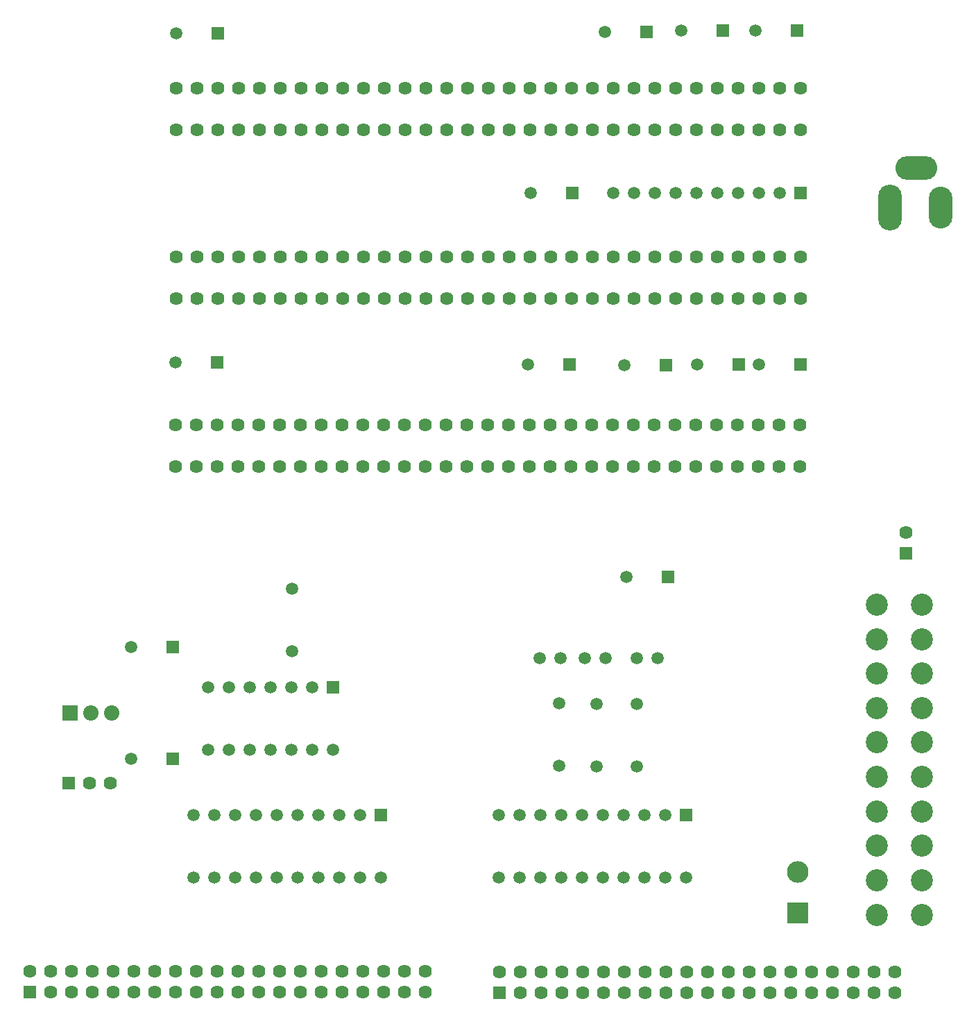
<source format=gbr>
%TF.GenerationSoftware,KiCad,Pcbnew,(5.1.6)-1*%
%TF.CreationDate,2020-09-24T22:30:07+01:00*%
%TF.ProjectId,PPCEXP,50504345-5850-42e6-9b69-6361645f7063,rev?*%
%TF.SameCoordinates,Original*%
%TF.FileFunction,Soldermask,Top*%
%TF.FilePolarity,Negative*%
%FSLAX46Y46*%
G04 Gerber Fmt 4.6, Leading zero omitted, Abs format (unit mm)*
G04 Created by KiCad (PCBNEW (5.1.6)-1) date 2020-09-24 22:30:07*
%MOMM*%
%LPD*%
G01*
G04 APERTURE LIST*
%ADD10C,1.497000*%
%ADD11R,1.497000X1.497000*%
%ADD12C,2.640000*%
%ADD13R,2.640000X2.640000*%
%ADD14O,5.101260X2.899080*%
%ADD15O,2.899080X5.599100*%
%ADD16O,2.899080X5.101260*%
%ADD17R,1.878000X1.878000*%
%ADD18C,1.878000*%
%ADD19C,1.624000*%
%ADD20R,1.624000X1.624000*%
%ADD21C,2.700960*%
G04 APERTURE END LIST*
D10*
%TO.C,C13*%
X190182000Y-100604000D03*
D11*
X195262000Y-100604000D03*
%TD*%
D10*
%TO.C,C12*%
X206312000Y-74676000D03*
D11*
X211392000Y-74676000D03*
%TD*%
D10*
%TO.C,C11*%
X129730000Y-109156000D03*
D11*
X134810000Y-109156000D03*
%TD*%
D10*
%TO.C,C10*%
X205867000Y-33972500D03*
D11*
X210947000Y-33972500D03*
%TD*%
D10*
%TO.C,C9*%
X189928000Y-74803000D03*
D11*
X195008000Y-74803000D03*
%TD*%
D10*
%TO.C,C8*%
X129730000Y-122809000D03*
D11*
X134810000Y-122809000D03*
%TD*%
D10*
%TO.C,C7*%
X196850000Y-33972500D03*
D11*
X201930000Y-33972500D03*
%TD*%
D10*
%TO.C,C6*%
X198818000Y-74676000D03*
D11*
X203898000Y-74676000D03*
%TD*%
D10*
%TO.C,C5*%
X187516000Y-34163000D03*
D11*
X192596000Y-34163000D03*
%TD*%
D10*
%TO.C,C4*%
X135128000Y-74485500D03*
D11*
X140208000Y-74485500D03*
%TD*%
D10*
%TO.C,C3*%
X178118000Y-74676000D03*
D11*
X183198000Y-74676000D03*
%TD*%
D10*
%TO.C,C2*%
X135192000Y-34290000D03*
D11*
X140272000Y-34290000D03*
%TD*%
D10*
%TO.C,C1*%
X178435000Y-53784500D03*
D11*
X183515000Y-53784500D03*
%TD*%
D12*
%TO.C,J7*%
X211049000Y-136641640D03*
D13*
X211049000Y-141640360D03*
%TD*%
D14*
%TO.C,J6*%
X225524260Y-50774600D03*
D15*
X222323860Y-55575200D03*
D16*
X228524000Y-55575200D03*
%TD*%
D10*
%TO.C,U4*%
X154368000Y-121730000D03*
X151828000Y-121730000D03*
X149288000Y-121730000D03*
X146748000Y-121730000D03*
X144208000Y-121730000D03*
X141668000Y-121730000D03*
X139128000Y-121730000D03*
X139128000Y-114110000D03*
X141668000Y-114110000D03*
X144208000Y-114110000D03*
X146748000Y-114110000D03*
X149288000Y-114110000D03*
X151828000Y-114110000D03*
D11*
X154368000Y-114110000D03*
%TD*%
D17*
%TO.C,U3*%
X122238000Y-117221000D03*
D18*
X127318000Y-117221000D03*
X124778000Y-117221000D03*
%TD*%
D10*
%TO.C,R5*%
X181978000Y-123647000D03*
X181978000Y-116027000D03*
%TD*%
%TO.C,R4*%
X191440000Y-123774000D03*
X191440000Y-116154000D03*
%TD*%
%TO.C,R3*%
X186550000Y-123711000D03*
X186550000Y-116091000D03*
%TD*%
%TO.C,R1*%
X149352000Y-102044000D03*
X149352000Y-109664000D03*
%TD*%
D19*
%TO.C,JP2*%
X224307000Y-95224600D03*
D20*
X224307000Y-97764600D03*
%TD*%
D19*
%TO.C,JP1*%
X127190000Y-125794000D03*
X124650000Y-125794000D03*
D20*
X122110000Y-125794000D03*
%TD*%
D10*
%TO.C,D3*%
X182105000Y-110566000D03*
X179565000Y-110566000D03*
%TD*%
%TO.C,D2*%
X193980000Y-110566000D03*
X191440000Y-110566000D03*
%TD*%
%TO.C,D1*%
X187630000Y-110566000D03*
X185090000Y-110566000D03*
%TD*%
%TO.C,RR1*%
X188532000Y-53784500D03*
X191072000Y-53784500D03*
X193612000Y-53784500D03*
X196152000Y-53784500D03*
X198692000Y-53784500D03*
X201232000Y-53784500D03*
X203772000Y-53784500D03*
X206312000Y-53784500D03*
X208852000Y-53784500D03*
D11*
X211392000Y-53784500D03*
%TD*%
D21*
%TO.C,P1*%
X220744180Y-141811140D03*
X220744180Y-137609980D03*
X220744180Y-133411360D03*
X220744180Y-129210200D03*
X226245820Y-104010860D03*
X226245820Y-108212020D03*
X226245820Y-112410640D03*
X226245820Y-116611800D03*
X226245820Y-120810420D03*
X226245820Y-125011580D03*
X226245820Y-129210200D03*
X226245820Y-133411360D03*
X226245820Y-137609980D03*
X226245820Y-141811140D03*
X220744180Y-104010860D03*
X220744180Y-108212020D03*
X220744180Y-112410640D03*
X220744180Y-116611800D03*
X220744180Y-120810420D03*
X220744180Y-125011580D03*
%TD*%
D19*
%TO.C,J5*%
X135192000Y-46101000D03*
X137732000Y-46101000D03*
X140272000Y-46101000D03*
X142812000Y-46101000D03*
X145352000Y-46101000D03*
X147892000Y-46101000D03*
X150432000Y-46101000D03*
X152972000Y-46101000D03*
X155512000Y-46101000D03*
X158052000Y-46101000D03*
X160592000Y-46101000D03*
X163132000Y-46101000D03*
X165672000Y-46101000D03*
X168212000Y-46101000D03*
X170752000Y-46101000D03*
X173292000Y-46101000D03*
X175832000Y-46101000D03*
X178372000Y-46101000D03*
X180912000Y-46101000D03*
X183452000Y-46101000D03*
X185992000Y-46101000D03*
X188532000Y-46101000D03*
X191072000Y-46101000D03*
X193612000Y-46101000D03*
X196152000Y-46101000D03*
X198692000Y-46101000D03*
X201232000Y-46101000D03*
X203772000Y-46101000D03*
X206312000Y-46101000D03*
X208852000Y-46101000D03*
X211392000Y-46101000D03*
X135192000Y-41021000D03*
X137732000Y-41021000D03*
X140272000Y-41021000D03*
X142812000Y-41021000D03*
X145352000Y-41021000D03*
X147892000Y-41021000D03*
X150432000Y-41021000D03*
X152972000Y-41021000D03*
X155512000Y-41021000D03*
X158052000Y-41021000D03*
X160592000Y-41021000D03*
X163132000Y-41021000D03*
X165672000Y-41021000D03*
X168212000Y-41021000D03*
X170752000Y-41021000D03*
X173292000Y-41021000D03*
X175832000Y-41021000D03*
X178372000Y-41021000D03*
X180912000Y-41021000D03*
X183452000Y-41021000D03*
X185992000Y-41021000D03*
X188532000Y-41021000D03*
X191072000Y-41021000D03*
X193612000Y-41021000D03*
X196152000Y-41021000D03*
X198692000Y-41021000D03*
X201232000Y-41021000D03*
X203772000Y-41021000D03*
X206312000Y-41021000D03*
X208852000Y-41021000D03*
X211392000Y-41021000D03*
%TD*%
%TO.C,J4*%
X135192000Y-66675000D03*
X137732000Y-66675000D03*
X140272000Y-66675000D03*
X142812000Y-66675000D03*
X145352000Y-66675000D03*
X147892000Y-66675000D03*
X150432000Y-66675000D03*
X152972000Y-66675000D03*
X155512000Y-66675000D03*
X158052000Y-66675000D03*
X160592000Y-66675000D03*
X163132000Y-66675000D03*
X165672000Y-66675000D03*
X168212000Y-66675000D03*
X170752000Y-66675000D03*
X173292000Y-66675000D03*
X175832000Y-66675000D03*
X178372000Y-66675000D03*
X180912000Y-66675000D03*
X183452000Y-66675000D03*
X185992000Y-66675000D03*
X188532000Y-66675000D03*
X191072000Y-66675000D03*
X193612000Y-66675000D03*
X196152000Y-66675000D03*
X198692000Y-66675000D03*
X201232000Y-66675000D03*
X203772000Y-66675000D03*
X206312000Y-66675000D03*
X208852000Y-66675000D03*
X211392000Y-66675000D03*
X135192000Y-61595000D03*
X137732000Y-61595000D03*
X140272000Y-61595000D03*
X142812000Y-61595000D03*
X145352000Y-61595000D03*
X147892000Y-61595000D03*
X150432000Y-61595000D03*
X152972000Y-61595000D03*
X155512000Y-61595000D03*
X158052000Y-61595000D03*
X160592000Y-61595000D03*
X163132000Y-61595000D03*
X165672000Y-61595000D03*
X168212000Y-61595000D03*
X170752000Y-61595000D03*
X173292000Y-61595000D03*
X175832000Y-61595000D03*
X178372000Y-61595000D03*
X180912000Y-61595000D03*
X183452000Y-61595000D03*
X185992000Y-61595000D03*
X188532000Y-61595000D03*
X191072000Y-61595000D03*
X193612000Y-61595000D03*
X196152000Y-61595000D03*
X198692000Y-61595000D03*
X201232000Y-61595000D03*
X203772000Y-61595000D03*
X206312000Y-61595000D03*
X208852000Y-61595000D03*
X211392000Y-61595000D03*
%TD*%
D10*
%TO.C,U2*%
X197422000Y-137287000D03*
X194882000Y-137287000D03*
X192342000Y-137287000D03*
X189802000Y-137287000D03*
X187262000Y-137287000D03*
X184722000Y-137287000D03*
X182182000Y-137287000D03*
X179642000Y-137287000D03*
X177102000Y-137287000D03*
X174562000Y-137287000D03*
X174562000Y-129667000D03*
X177102000Y-129667000D03*
X179642000Y-129667000D03*
X182182000Y-129667000D03*
X184722000Y-129667000D03*
X187262000Y-129667000D03*
X189802000Y-129667000D03*
X192342000Y-129667000D03*
X194882000Y-129667000D03*
D11*
X197422000Y-129667000D03*
%TD*%
D10*
%TO.C,U1*%
X160147000Y-137287000D03*
X157607000Y-137287000D03*
X155067000Y-137287000D03*
X152527000Y-137287000D03*
X149987000Y-137287000D03*
X147447000Y-137287000D03*
X144907000Y-137287000D03*
X142367000Y-137287000D03*
X139827000Y-137287000D03*
X137287000Y-137287000D03*
X137287000Y-129667000D03*
X139827000Y-129667000D03*
X142367000Y-129667000D03*
X144907000Y-129667000D03*
X147447000Y-129667000D03*
X149987000Y-129667000D03*
X152527000Y-129667000D03*
X155067000Y-129667000D03*
X157607000Y-129667000D03*
D11*
X160147000Y-129667000D03*
%TD*%
D19*
%TO.C,J3*%
X135128000Y-87185500D03*
X137668000Y-87185500D03*
X140208000Y-87185500D03*
X142748000Y-87185500D03*
X145288000Y-87185500D03*
X147828000Y-87185500D03*
X150368000Y-87185500D03*
X152908000Y-87185500D03*
X155448000Y-87185500D03*
X157988000Y-87185500D03*
X160528000Y-87185500D03*
X163068000Y-87185500D03*
X165608000Y-87185500D03*
X168148000Y-87185500D03*
X170688000Y-87185500D03*
X173228000Y-87185500D03*
X175768000Y-87185500D03*
X178308000Y-87185500D03*
X180848000Y-87185500D03*
X183388000Y-87185500D03*
X185928000Y-87185500D03*
X188468000Y-87185500D03*
X191008000Y-87185500D03*
X193548000Y-87185500D03*
X196088000Y-87185500D03*
X198628000Y-87185500D03*
X201168000Y-87185500D03*
X203708000Y-87185500D03*
X206248000Y-87185500D03*
X208788000Y-87185500D03*
X211328000Y-87185500D03*
X135128000Y-82105500D03*
X137668000Y-82105500D03*
X140208000Y-82105500D03*
X142748000Y-82105500D03*
X145288000Y-82105500D03*
X147828000Y-82105500D03*
X150368000Y-82105500D03*
X152908000Y-82105500D03*
X155448000Y-82105500D03*
X157988000Y-82105500D03*
X160528000Y-82105500D03*
X163068000Y-82105500D03*
X165608000Y-82105500D03*
X168148000Y-82105500D03*
X170688000Y-82105500D03*
X173228000Y-82105500D03*
X175768000Y-82105500D03*
X178308000Y-82105500D03*
X180848000Y-82105500D03*
X183388000Y-82105500D03*
X185928000Y-82105500D03*
X188468000Y-82105500D03*
X191008000Y-82105500D03*
X193548000Y-82105500D03*
X196088000Y-82105500D03*
X198628000Y-82105500D03*
X201168000Y-82105500D03*
X203708000Y-82105500D03*
X206248000Y-82105500D03*
X208788000Y-82105500D03*
X211328000Y-82105500D03*
%TD*%
%TO.C,J2*%
X222936000Y-148819000D03*
X222936000Y-151359000D03*
X220396000Y-148819000D03*
X220396000Y-151359000D03*
X217856000Y-148819000D03*
X217856000Y-151359000D03*
X215316000Y-148819000D03*
X215316000Y-151359000D03*
X212776000Y-148819000D03*
X212776000Y-151359000D03*
X210236000Y-151359000D03*
X210236000Y-148819000D03*
X207696000Y-151359000D03*
X207696000Y-148819000D03*
X205156000Y-148819000D03*
X205156000Y-151359000D03*
X202616000Y-148819000D03*
X202616000Y-151359000D03*
X200076000Y-148819000D03*
X200076000Y-151359000D03*
X197536000Y-148819000D03*
X197536000Y-151359000D03*
X194996000Y-148819000D03*
X194996000Y-151359000D03*
X192456000Y-148819000D03*
X192456000Y-151359000D03*
X189916000Y-148819000D03*
X189916000Y-151359000D03*
X187376000Y-148819000D03*
X187376000Y-151359000D03*
X184836000Y-148819000D03*
X184836000Y-151359000D03*
X182296000Y-148819000D03*
X182296000Y-151359000D03*
X179756000Y-148819000D03*
X179756000Y-151359000D03*
X177216000Y-148819000D03*
X177216000Y-151359000D03*
X174676000Y-148819000D03*
D20*
X174676000Y-151359000D03*
%TD*%
D19*
%TO.C,J1*%
X165608000Y-148717000D03*
X165608000Y-151257000D03*
X163068000Y-148717000D03*
X163068000Y-151257000D03*
X160528000Y-148717000D03*
X160528000Y-151257000D03*
X157988000Y-148717000D03*
X157988000Y-151257000D03*
X155448000Y-148717000D03*
X155448000Y-151257000D03*
X152908000Y-151257000D03*
X152908000Y-148717000D03*
X150368000Y-151257000D03*
X150368000Y-148717000D03*
X147828000Y-148717000D03*
X147828000Y-151257000D03*
X145288000Y-148717000D03*
X145288000Y-151257000D03*
X142748000Y-148717000D03*
X142748000Y-151257000D03*
X140208000Y-148717000D03*
X140208000Y-151257000D03*
X137668000Y-148717000D03*
X137668000Y-151257000D03*
X135128000Y-148717000D03*
X135128000Y-151257000D03*
X132588000Y-148717000D03*
X132588000Y-151257000D03*
X130048000Y-148717000D03*
X130048000Y-151257000D03*
X127508000Y-148717000D03*
X127508000Y-151257000D03*
X124968000Y-148717000D03*
X124968000Y-151257000D03*
X122428000Y-148717000D03*
X122428000Y-151257000D03*
X119888000Y-148717000D03*
X119888000Y-151257000D03*
X117348000Y-148717000D03*
D20*
X117348000Y-151257000D03*
%TD*%
M02*

</source>
